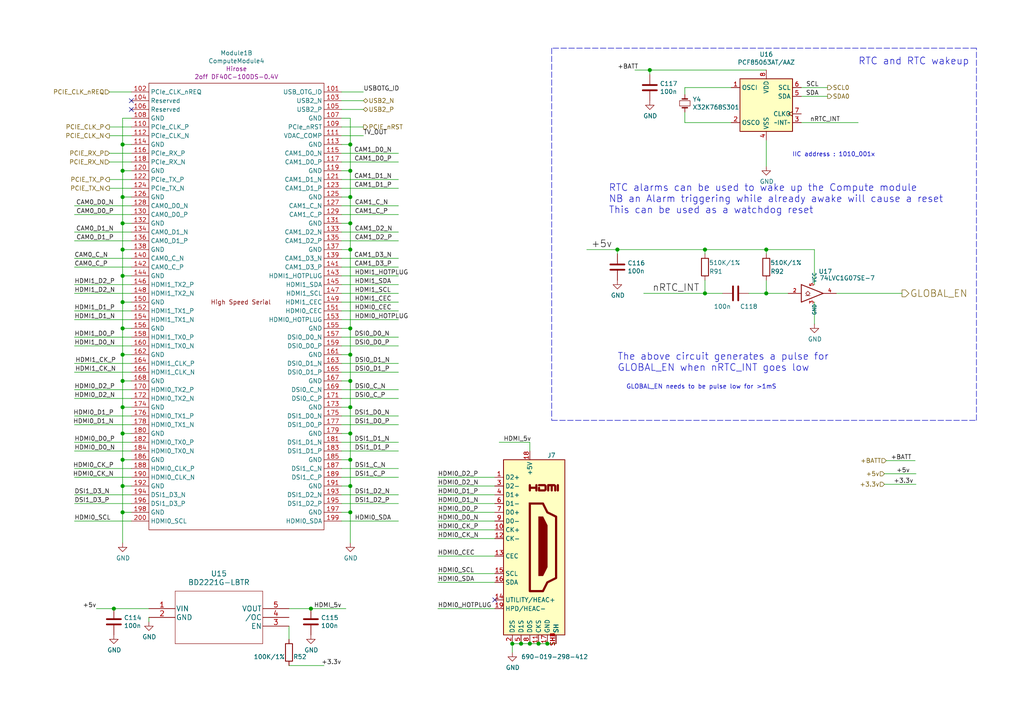
<source format=kicad_sch>
(kicad_sch (version 20230121) (generator eeschema)
  (paper "A4")
  (title_block (title "srvant-board MK1") (date "2021-07-14") (rev "rev-0.1dev"))
  (lib_symbols
    (symbol "BD2221G-LBTR:BD2221G-LBTR" (pin_names (offset 0.254))
      (property "Reference" "U" (at 20.32 10.16 0))
      (property "Value" "BD2221G-LBTR" (at 20.32 7.62 0))
      (symbol "BD2221G-LBTR_1_1"
        (polyline (pts (xy 7.62 -10.16) (xy 33.02 -10.16)) (stroke (width 0.127)))
        (polyline (pts (xy 7.62 5.08) (xy 7.62 -10.16)) (stroke (width 0.127)))
        (polyline (pts (xy 33.02 -10.16) (xy 33.02 5.08)) (stroke (width 0.127)))
        (polyline (pts (xy 33.02 5.08) (xy 7.62 5.08)) (stroke (width 0.127)))
        (pin unspecified line (at 0 0 0) (length 7.62) (name "VIN") (number "1"))
        (pin power_in line (at 0 -2.54 0) (length 7.62) (name "GND") (number "2"))
        (pin unspecified line (at 40.64 -5.08 180) (length 7.62) (name "EN") (number "3"))
        (pin unspecified line (at 40.64 -2.54 180) (length 7.62) (name "/OC") (number "4"))
        (pin output line (at 40.64 0 180) (length 7.62) (name "VOUT") (number "5"))
      )
    )
    (symbol "CM4IO:74LVC1G07_copy"
      (property "Reference" "U" (at -2.54 3.81 0))
      (property "Value" "74LVC1G07_copy" (at 0 -3.81 0))
      (symbol "74LVC1G07_copy_0_1"
        (polyline (pts (xy -2.54 -0.635) (xy -1.27 -0.635)))
        (polyline (pts (xy -3.81 2.54) (xy -3.81 -2.54) (xy 2.54 0) (xy -3.81 2.54)) (stroke (width 0.254)))
        (polyline (pts (xy -1.905 0.635) (xy -2.54 0) (xy -1.905 -0.635) (xy -1.27 0) (xy -1.905 0.635)))
      )
      (symbol "74LVC1G07_copy_1_1"
        (pin input line (at -7.62 0 0) (length 3.81) (name "~") (number "2"))
        (pin power_in line (at 0 -2.54 270) (length 0) (name "GND") (number "3"))
        (pin open_collector line (at 6.35 0 180) (length 3.81) (name "~") (number "4"))
        (pin power_in line (at 0 2.54 90) (length 0) (name "VCC") (number "5"))
      )
    )
    (symbol "CM4IO:ComputeModule4-CM4"
      (property "Reference" "Module" (at 113.03 -68.58 0))
      (property "Value" "ComputeModule4-CM4" (at 140.97 2.54 0))
      (property "Field4" "Hirose" (at 0 0 0))
      (property "Field5" "2x DF40C-100DS-0.4V" (at 0 -2.54 0))
      (symbol "ComputeModule4-CM4_1_0"
        (text "GPIO" (at 0 6.35 0) (effects (font (size 1.27 1.27))))
      )
      (symbol "ComputeModule4-CM4_1_1"
        (rectangle (start -30.48 -71.12) (end 25.4 58.42))
        (text "600mA Max" (at -8.89 -53.34 0) (effects (font (size 1.27 1.27))))
        (text "600mA Max" (at -8.89 -48.26 0) (effects (font (size 1.27 1.27))))
        (text "NB SD signals are only available" (at -1.27 -27.94 0) (effects (font (size 1.27 1.27))))
        (text "on modules without eMMC" (at -1.27 -30.48 0) (effects (font (size 1.27 1.27))))
        (pin power_in line (at 27.94 55.88 180) (length 2.54) (name "GND") (number "1"))
        (pin passive line (at -33.02 45.72 0) (length 2.54) (name "Ethernet_Pair0_N") (number "10"))
        (pin output line (at -33.02 -68.58 0) (length 2.54) (name "nEXTRST") (number "100"))
        (pin passive line (at 27.94 43.18 180) (length 2.54) (name "Ethernet_Pair2_P") (number "11"))
        (pin passive line (at -33.02 43.18 0) (length 2.54) (name "Ethernet_Pair0_P") (number "12"))
        (pin power_in line (at 27.94 40.64 180) (length 2.54) (name "GND") (number "13"))
        (pin power_in line (at -33.02 40.64 0) (length 2.54) (name "GND") (number "14"))
        (pin output line (at 27.94 38.1 180) (length 2.54) (name "Ethernet_nLED3(3.3v)") (number "15"))
        (pin input line (at -33.02 38.1 0) (length 2.54) (name "Ethernet_SYNC_IN(1.8v)") (number "16"))
        (pin output line (at 27.94 35.56 180) (length 2.54) (name "Ethernet_nLED2(3.3v)") (number "17"))
        (pin input line (at -33.02 35.56 0) (length 2.54) (name "Ethernet_SYNC_OUT(1.8v)") (number "18"))
        (pin output line (at 27.94 33.02 180) (length 2.54) (name "Ethernet_nLED1(3.3v)") (number "19"))
        (pin power_in line (at -33.02 55.88 0) (length 2.54) (name "GND") (number "2"))
        (pin passive line (at -33.02 33.02 0) (length 2.54) (name "EEPROM_nWP") (number "20"))
        (pin open_collector line (at 27.94 30.48 180) (length 2.54) (name "PI_nLED_Activity") (number "21"))
        (pin power_in line (at -33.02 30.48 0) (length 2.54) (name "GND") (number "22"))
        (pin power_in line (at 27.94 27.94 180) (length 2.54) (name "GND") (number "23"))
        (pin passive line (at -33.02 27.94 0) (length 2.54) (name "GPIO26") (number "24"))
        (pin passive line (at 27.94 25.4 180) (length 2.54) (name "GPIO21") (number "25"))
        (pin passive line (at -33.02 25.4 0) (length 2.54) (name "GPIO19") (number "26"))
        (pin passive line (at 27.94 22.86 180) (length 2.54) (name "GPIO20") (number "27"))
        (pin passive line (at -33.02 22.86 0) (length 2.54) (name "GPIO13") (number "28"))
        (pin passive line (at 27.94 20.32 180) (length 2.54) (name "GPIO16") (number "29"))
        (pin passive line (at 27.94 53.34 180) (length 2.54) (name "Ethernet_Pair3_P") (number "3"))
        (pin passive line (at -33.02 20.32 0) (length 2.54) (name "GPIO6") (number "30"))
        (pin passive line (at 27.94 17.78 180) (length 2.54) (name "GPIO12") (number "31"))
        (pin power_in line (at -33.02 17.78 0) (length 2.54) (name "GND") (number "32"))
        (pin power_in line (at 27.94 15.24 180) (length 2.54) (name "GND") (number "33"))
        (pin passive line (at -33.02 15.24 0) (length 2.54) (name "GPIO5") (number "34"))
        (pin passive line (at 27.94 12.7 180) (length 2.54) (name "ID_SC") (number "35"))
        (pin passive line (at -33.02 12.7 0) (length 2.54) (name "ID_SD") (number "36"))
        (pin passive line (at 27.94 10.16 180) (length 2.54) (name "GPIO7") (number "37"))
        (pin passive line (at -33.02 10.16 0) (length 2.54) (name "GPIO11") (number "38"))
        (pin passive line (at 27.94 7.62 180) (length 2.54) (name "GPIO8") (number "39"))
        (pin passive line (at -33.02 53.34 0) (length 2.54) (name "Ethernet_Pair1_P") (number "4"))
        (pin passive line (at -33.02 7.62 0) (length 2.54) (name "GPIO9") (number "40"))
        (pin passive line (at 27.94 5.08 180) (length 2.54) (name "GPIO25") (number "41"))
        (pin power_in line (at -33.02 5.08 0) (length 2.54) (name "GND") (number "42"))
        (pin power_in line (at 27.94 2.54 180) (length 2.54) (name "GND") (number "43"))
        (pin passive line (at -33.02 2.54 0) (length 2.54) (name "GPIO10") (number "44"))
        (pin passive line (at 27.94 0 180) (length 2.54) (name "GPIO24") (number "45"))
        (pin passive line (at -33.02 0 0) (length 2.54) (name "GPIO22") (number "46"))
        (pin passive line (at 27.94 -2.54 180) (length 2.54) (name "GPIO23") (number "47"))
        (pin passive line (at -33.02 -2.54 0) (length 2.54) (name "GPIO27") (number "48"))
        (pin passive line (at 27.94 -5.08 180) (length 2.54) (name "GPIO18") (number "49"))
        (pin passive line (at 27.94 50.8 180) (length 2.54) (name "Ethernet_Pair3_N") (number "5"))
        (pin passive line (at -33.02 -5.08 0) (length 2.54) (name "GPIO17") (number "50"))
        (pin passive line (at 27.94 -7.62 180) (length 2.54) (name "GPIO15") (number "51"))
        (pin power_in line (at -33.02 -7.62 0) (length 2.54) (name "GND") (number "52"))
        (pin power_in line (at 27.94 -10.16 180) (length 2.54) (name "GND") (number "53"))
        (pin passive line (at -33.02 -10.16 0) (length 2.54) (name "GPIO4") (number "54"))
        (pin passive line (at 27.94 -12.7 180) (length 2.54) (name "GPIO14") (number "55"))
        (pin passive line (at -33.02 -12.7 0) (length 2.54) (name "GPIO3") (number "56"))
        (pin passive line (at 27.94 -15.24 180) (length 2.54) (name "SD_CLK") (number "57"))
        (pin passive line (at -33.02 -15.24 0) (length 2.54) (name "GPIO2") (number "58"))
        (pin power_in line (at 27.94 -17.78 180) (length 2.54) (name "GND") (number "59"))
        (pin passive line (at -33.02 50.8 0) (length 2.54) (name "Ethernet_Pair1_N") (number "6"))
        (pin power_in line (at -33.02 -17.78 0) (length 2.54) (name "GND") (number "60"))
        (pin passive line (at 27.94 -20.32 180) (length 2.54) (name "SD_DAT3") (number "61"))
        (pin passive line (at -33.02 -20.32 0) (length 2.54) (name "SD_CMD") (number "62"))
        (pin passive line (at 27.94 -22.86 180) (length 2.54) (name "SD_DAT0") (number "63"))
        (pin passive line (at -33.02 -22.86 0) (length 2.54) (name "SD_DAT5") (number "64"))
        (pin power_in line (at 27.94 -25.4 180) (length 2.54) (name "GND") (number "65"))
        (pin power_in line (at -33.02 -25.4 0) (length 2.54) (name "GND") (number "66"))
        (pin passive line (at 27.94 -27.94 180) (length 2.54) (name "SD_DAT1") (number "67"))
        (pin passive line (at -33.02 -27.94 0) (length 2.54) (name "SD_DAT4") (number "68"))
        (pin passive line (at 27.94 -30.48 180) (length 2.54) (name "SD_DAT2") (number "69"))
        (pin power_in line (at 27.94 48.26 180) (length 2.54) (name "GND") (number "7"))
        (pin passive line (at -33.02 -30.48 0) (length 2.54) (name "SD_DAT7") (number "70"))
        (pin power_in line (at 27.94 -33.02 180) (length 2.54) (name "GND") (number "71"))
        (pin passive line (at -33.02 -33.02 0) (length 2.54) (name "SD_DAT6") (number "72"))
        (pin input line (at 27.94 -35.56 180) (length 2.54) (name "SD_VDD_Override") (number "73"))
        (pin power_in line (at -33.02 -35.56 0) (length 2.54) (name "GND") (number "74"))
        (pin output line (at 27.94 -38.1 180) (length 2.54) (name "SD_PWR_ON") (number "75"))
        (pin passive line (at -33.02 -38.1 0) (length 2.54) (name "Reserved") (number "76"))
        (pin power_in line (at 27.94 -40.64 180) (length 2.54) (name "+5v_(Input)") (number "77"))
        (pin power_in line (at -33.02 -40.64 0) (length 2.54) (name "GPIO_VREF(1.8v/3.3v_Input)") (number "78"))
        (pin power_in line (at 27.94 -43.18 180) (length 2.54) (name "+5v_(Input)") (number "79"))
        (pin power_in line (at -33.02 48.26 0) (length 2.54) (name "GND") (number "8"))
        (pin passive line (at -33.02 -43.18 0) (length 2.54) (name "SCL0") (number "80"))
        (pin power_in line (at 27.94 -45.72 180) (length 2.54) (name "+5v_(Input)") (number "81"))
        (pin passive line (at -33.02 -45.72 0) (length 2.54) (name "SDA0") (number "82"))
        (pin power_in line (at 27.94 -48.26 180) (length 2.54) (name "+5v_(Input)") (number "83"))
        (pin power_out line (at -33.02 -48.26 0) (length 2.54) (name "+3.3v_(Output)") (number "84"))
        (pin power_in line (at 27.94 -50.8 180) (length 2.54) (name "+5v_(Input)") (number "85"))
        (pin power_out line (at -33.02 -50.8 0) (length 2.54) (name "+3.3v_(Output)") (number "86"))
        (pin power_in line (at 27.94 -53.34 180) (length 2.54) (name "+5v_(Input)") (number "87"))
        (pin power_out line (at -33.02 -53.34 0) (length 2.54) (name "+1.8v_(Output)") (number "88"))
        (pin power_in line (at 27.94 -55.88 180) (length 2.54) (name "WiFi_nDisable") (number "89"))
        (pin passive line (at 27.94 45.72 180) (length 2.54) (name "Ethernet_Pair2_N") (number "9"))
        (pin power_out line (at -33.02 -55.88 0) (length 2.54) (name "+1.8v_(Output)") (number "90"))
        (pin power_in line (at 27.94 -58.42 180) (length 2.54) (name "BT_nDisable") (number "91"))
        (pin passive line (at -33.02 -58.42 0) (length 2.54) (name "RUN_PG") (number "92"))
        (pin input line (at 27.94 -60.96 180) (length 2.54) (name "nRPIBOOT") (number "93"))
        (pin passive line (at -33.02 -60.96 0) (length 2.54) (name "AnalogIP0") (number "94"))
        (pin output line (at 27.94 -63.5 180) (length 2.54) (name "nPI_LED_PWR") (number "95"))
        (pin passive line (at -33.02 -63.5 0) (length 2.54) (name "AnalogIP1") (number "96"))
        (pin passive line (at 27.94 -66.04 180) (length 2.54) (name "Camera_GPIO") (number "97"))
        (pin power_in line (at -33.02 -66.04 0) (length 2.54) (name "GND") (number "98"))
        (pin input line (at 27.94 -68.58 180) (length 2.54) (name "Global_EN") (number "99"))
      )
      (symbol "ComputeModule4-CM4_2_1"
        (rectangle (start 114.3 -66.04) (end 165.1 63.5))
        (text "High Speed Serial" (at 140.97 0 0) (effects (font (size 1.27 1.27))))
        (pin input line (at 170.18 60.96 180) (length 5.08) (name "USB_OTG_ID") (number "101"))
        (pin input line (at 109.22 60.96 0) (length 5.08) (name "PCIe_CLK_nREQ") (number "102"))
        (pin passive line (at 170.18 58.42 180) (length 5.08) (name "USB2_N") (number "103"))
        (pin passive line (at 109.22 58.42 0) (length 5.08) (name "Reserved") (number "104"))
        (pin passive line (at 170.18 55.88 180) (length 5.08) (name "USB2_P") (number "105"))
        (pin passive line (at 109.22 55.88 0) (length 5.08) (name "Reserved") (number "106"))
        (pin power_in line (at 170.18 53.34 180) (length 5.08) (name "GND") (number "107"))
        (pin power_in line (at 109.22 53.34 0) (length 5.08) (name "GND") (number "108"))
        (pin bidirectional line (at 170.18 50.8 180) (length 5.08) (name "PCIe_nRST") (number "109"))
        (pin output line (at 109.22 50.8 0) (length 5.08) (name "PCIe_CLK_P") (number "110"))
        (pin passive line (at 170.18 48.26 180) (length 5.08) (name "VDAC_COMP") (number "111"))
        (pin output line (at 109.22 48.26 0) (length 5.08) (name "PCIe_CLK_N") (number "112"))
        (pin power_in line (at 170.18 45.72 180) (length 5.08) (name "GND") (number "113"))
        (pin power_in line (at 109.22 45.72 0) (length 5.08) (name "GND") (number "114"))
        (pin input line (at 170.18 43.18 180) (length 5.08) (name "CAM1_D0_N") (number "115"))
        (pin input line (at 109.22 43.18 0) (length 5.08) (name "PCIe_RX_P") (number "116"))
        (pin input line (at 170.18 40.64 180) (length 5.08) (name "CAM1_D0_P") (number "117"))
        (pin input line (at 109.22 40.64 0) (length 5.08) (name "PCIe_RX_N") (number "118"))
        (pin power_in line (at 170.18 38.1 180) (length 5.08) (name "GND") (number "119"))
        (pin power_in line (at 109.22 38.1 0) (length 5.08) (name "GND") (number "120"))
        (pin input line (at 170.18 35.56 180) (length 5.08) (name "CAM1_D1_N") (number "121"))
        (pin output line (at 109.22 35.56 0) (length 5.08) (name "PCIe_TX_P") (number "122"))
        (pin input line (at 170.18 33.02 180) (length 5.08) (name "CAM1_D1_P") (number "123"))
        (pin output line (at 109.22 33.02 0) (length 5.08) (name "PCIe_TX_N") (number "124"))
        (pin power_in line (at 170.18 30.48 180) (length 5.08) (name "GND") (number "125"))
        (pin power_in line (at 109.22 30.48 0) (length 5.08) (name "GND") (number "126"))
        (pin input line (at 170.18 27.94 180) (length 5.08) (name "CAM1_C_N") (number "127"))
        (pin input line (at 109.22 27.94 0) (length 5.08) (name "CAM0_D0_N") (number "128"))
        (pin input line (at 170.18 25.4 180) (length 5.08) (name "CAM1_C_P") (number "129"))
        (pin input line (at 109.22 25.4 0) (length 5.08) (name "CAM0_D0_P") (number "130"))
        (pin power_in line (at 170.18 22.86 180) (length 5.08) (name "GND") (number "131"))
        (pin power_in line (at 109.22 22.86 0) (length 5.08) (name "GND") (number "132"))
        (pin input line (at 170.18 20.32 180) (length 5.08) (name "CAM1_D2_N") (number "133"))
        (pin input line (at 109.22 20.32 0) (length 5.08) (name "CAM0_D1_N") (number "134"))
        (pin input line (at 170.18 17.78 180) (length 5.08) (name "CAM1_D2_P") (number "135"))
        (pin input line (at 109.22 17.78 0) (length 5.08) (name "CAM0_D1_P") (number "136"))
        (pin power_in line (at 170.18 15.24 180) (length 5.08) (name "GND") (number "137"))
        (pin power_in line (at 109.22 15.24 0) (length 5.08) (name "GND") (number "138"))
        (pin input line (at 170.18 12.7 180) (length 5.08) (name "CAM1_D3_N") (number "139"))
        (pin input line (at 109.22 12.7 0) (length 5.08) (name "CAM0_C_N") (number "140"))
        (pin input line (at 170.18 10.16 180) (length 5.08) (name "CAM1_D3_P") (number "141"))
        (pin input line (at 109.22 10.16 0) (length 5.08) (name "CAM0_C_P") (number "142"))
        (pin input line (at 170.18 7.62 180) (length 5.08) (name "HDMI1_HOTPLUG") (number "143"))
        (pin power_in line (at 109.22 7.62 0) (length 5.08) (name "GND") (number "144"))
        (pin bidirectional line (at 170.18 5.08 180) (length 5.08) (name "HDMI1_SDA") (number "145"))
        (pin output line (at 109.22 5.08 0) (length 5.08) (name "HDMI1_TX2_P") (number "146"))
        (pin open_collector line (at 170.18 2.54 180) (length 5.08) (name "HDMI1_SCL") (number "147"))
        (pin output line (at 109.22 2.54 0) (length 5.08) (name "HDMI1_TX2_N") (number "148"))
        (pin open_collector line (at 170.18 0 180) (length 5.08) (name "HDMI1_CEC") (number "149"))
        (pin power_in line (at 109.22 0 0) (length 5.08) (name "GND") (number "150"))
        (pin open_collector line (at 170.18 -2.54 180) (length 5.08) (name "HDMI0_CEC") (number "151"))
        (pin output line (at 109.22 -2.54 0) (length 5.08) (name "HDMI1_TX1_P") (number "152"))
        (pin input line (at 170.18 -5.08 180) (length 5.08) (name "HDMI0_HOTPLUG") (number "153"))
        (pin output line (at 109.22 -5.08 0) (length 5.08) (name "HDMI1_TX1_N") (number "154"))
        (pin power_in line (at 170.18 -7.62 180) (length 5.08) (name "GND") (number "155"))
        (pin power_in line (at 109.22 -7.62 0) (length 5.08) (name "GND") (number "156"))
        (pin output line (at 170.18 -10.16 180) (length 5.08) (name "DSI0_D0_N") (number "157"))
        (pin output line (at 109.22 -10.16 0) (length 5.08) (name "HDMI1_TX0_P") (number "158"))
        (pin output line (at 170.18 -12.7 180) (length 5.08) (name "DSI0_D0_P") (number "159"))
        (pin output line (at 109.22 -12.7 0) (length 5.08) (name "HDMI1_TX0_N") (number "160"))
        (pin power_in line (at 170.18 -15.24 180) (length 5.08) (name "GND") (number "161"))
        (pin power_in line (at 109.22 -15.24 0) (length 5.08) (name "GND") (number "162"))
        (pin output line (at 170.18 -17.78 180) (length 5.08) (name "DSI0_D1_N") (number "163"))
        (pin output line (at 109.22 -17.78 0) (length 5.08) (name "HDMI1_CLK_P") (number "164"))
        (pin output line (at 170.18 -20.32 180) (length 5.08) (name "DSI0_D1_P") (number "165"))
        (pin output line (at 109.22 -20.32 0) (length 5.08) (name "HDMI1_CLK_N") (number "166"))
        (pin power_in line (at 170.18 -22.86 180) (length 5.08) (name "GND") (number "167"))
        (pin power_in line (at 109.22 -22.86 0) (length 5.08) (name "GND") (number "168"))
        (pin output line (at 170.18 -25.4 180) (length 5.08) (name "DSI0_C_N") (number "169"))
        (pin output line (at 109.22 -25.4 0) (length 5.08) (name "HDMI0_TX2_P") (number "170"))
        (pin output line (at 170.18 -27.94 180) (length 5.08) (name "DSI0_C_P") (number "171"))
        (pin output line (at 109.22 -27.94 0) (length 5.08) (name "HDMI0_TX2_N") (number "172"))
        (pin power_in line (at 170.18 -30.48 180) (length 5.08) (name "GND") (number "173"))
        (pin power_in line (at 109.22 -30.48 0) (length 5.08) (name "GND") (number "174"))
        (pin output line (at 170.18 -33.02 180) (length 5.08) (name "DSI1_D0_N") (number "175"))
        (pin output line (at 109.22 -33.02 0) (length 5.08) (name "HDMI0_TX1_P") (number "176"))
        (pin output line (at 170.18 -35.56 180) (length 5.08) (name "DSI1_D0_P") (number "177"))
        (pin output line (at 109.22 -35.56 0) (length 5.08) (name "HDMI0_TX1_N") (number "178"))
        (pin power_in line (at 170.18 -38.1 180) (length 5.08) (name "GND") (number "179"))
        (pin power_in line (at 109.22 -38.1 0) (length 5.08) (name "GND") (number "180"))
        (pin output line (at 170.18 -40.64 180) (length 5.08) (name "DSI1_D1_N") (number "181"))
        (pin output line (at 109.22 -40.64 0) (length 5.08) (name "HDMI0_TX0_P") (number "182"))
        (pin output line (at 170.18 -43.18 180) (length 5.08) (name "DSI1_D1_P") (number "183"))
        (pin output line (at 109.22 -43.18 0) (length 5.08) (name "HDMI0_TX0_N") (number "184"))
        (pin power_in line (at 170.18 -45.72 180) (length 5.08) (name "GND") (number "185"))
        (pin power_in line (at 109.22 -45.72 0) (length 5.08) (name "GND") (number "186"))
        (pin output line (at 170.18 -48.26 180) (length 5.08) (name "DSI1_C_N") (number "187"))
        (pin output line (at 109.22 -48.26 0) (length 5.08) (name "HDMI0_CLK_P") (number "188"))
        (pin output line (at 170.18 -50.8 180) (length 5.08) (name "DSI1_C_P") (number "189"))
        (pin output line (at 109.22 -50.8 0) (length 5.08) (name "HDMI0_CLK_N") (number "190"))
        (pin power_in line (at 170.18 -53.34 180) (length 5.08) (name "GND") (number "191"))
        (pin power_in line (at 109.22 -53.34 0) (length 5.08) (name "GND") (number "192"))
        (pin output line (at 170.18 -55.88 180) (length 5.08) (name "DSI1_D2_N") (number "193"))
        (pin output line (at 109.22 -55.88 0) (length 5.08) (name "DSI1_D3_N") (number "194"))
        (pin output line (at 170.18 -58.42 180) (length 5.08) (name "DSI1_D2_P") (number "195"))
        (pin output line (at 109.22 -58.42 0) (length 5.08) (name "DSI1_D3_P") (number "196"))
        (pin power_in line (at 170.18 -60.96 180) (length 5.08) (name "GND") (number "197"))
        (pin power_in line (at 109.22 -60.96 0) (length 5.08) (name "GND") (number "198"))
        (pin bidirectional line (at 170.18 -63.5 180) (length 5.08) (name "HDMI0_SDA") (number "199"))
        (pin open_collector line (at 109.22 -63.5 0) (length 5.08) (name "HDMI0_SCL") (number "200"))
      )
    )
    (symbol "CM4IO:HDMI_A_1.4"
      (property "Reference" "J" (at -6.35 26.67 0))
      (property "Value" "HDMI_A_1.4" (at 10.16 26.67 0))
      (symbol "HDMI_A_1.4_0_0"
        (polyline (pts (xy 8.128 16.51) (xy 8.128 18.034)) (stroke (width 0.635)))
        (polyline (pts (xy 0 16.51) (xy 0 18.034) (xy 0 17.272) (xy 1.905 17.272) (xy 1.905 18.034) (xy 1.905 16.51)) (stroke (width 0.635)))
        (polyline (pts (xy 2.667 18.034) (xy 4.318 18.034) (xy 4.572 17.78) (xy 4.572 16.764) (xy 4.318 16.51) (xy 2.667 16.51) (xy 2.667 17.272)) (stroke (width 0.635)))
        (pin passive line (at 7.62 -27.94 90) (length 2.54) (name "SH") (number "SH2"))
        (pin passive line (at 7.62 -27.94 90) (length 2.54) (name "SH") (number "SH3"))
        (pin passive line (at 7.62 -27.94 90) (length 2.54) (name "SH") (number "SH4"))
      )
      (symbol "HDMI_A_1.4_0_1"
        (rectangle (start -7.62 25.4) (end 10.16 -25.4) (stroke (width 0.254)) (fill (type background)))
        (polyline (pts (xy 2.54 8.89) (xy 3.81 8.89) (xy 5.08 6.35) (xy 5.08 -5.715) (xy 3.81 -8.255) (xy 2.54 -8.255) (xy 2.54 8.89)) (fill (type outline)))
        (polyline (pts (xy 5.334 16.51) (xy 5.334 18.034) (xy 6.35 18.034) (xy 6.35 16.51) (xy 6.35 18.034) (xy 7.112 18.034) (xy 7.366 17.78) (xy 7.366 16.51)) (stroke (width 0.635)))
        (polyline (pts (xy 0 12.7) (xy 0 -12.7) (xy 3.81 -12.7) (xy 5.08 -10.16) (xy 7.62 -8.89) (xy 7.62 8.89) (xy 5.08 10.16) (xy 3.81 12.7) (xy 0 12.7)) (stroke (width 0.635)))
      )
      (symbol "HDMI_A_1.4_1_1"
        (pin passive line (at -10.16 20.32 0) (length 2.54) (name "D2+") (number "1"))
        (pin passive line (at -10.16 5.08 0) (length 2.54) (name "CK+") (number "10"))
        (pin power_in line (at 2.54 -27.94 90) (length 2.54) (name "CKS") (number "11"))
        (pin passive line (at -10.16 2.54 0) (length 2.54) (name "CK-") (number "12"))
        (pin bidirectional line (at -10.16 -2.54 0) (length 2.54) (name "CEC") (number "13"))
        (pin passive line (at -10.16 -15.24 0) (length 2.54) (name "UTILITY/HEAC+") (number "14"))
        (pin passive line (at -10.16 -7.62 0) (length 2.54) (name "SCL") (number "15"))
        (pin bidirectional line (at -10.16 -10.16 0) (length 2.54) (name "SDA") (number "16"))
        (pin power_in line (at 5.08 -27.94 90) (length 2.54) (name "GND") (number "17"))
        (pin power_in line (at 0 27.94 270) (length 2.54) (name "+5V") (number "18"))
        (pin passive line (at -10.16 -17.78 0) (length 2.54) (name "HPD/HEAC-") (number "19"))
        (pin power_in line (at -5.08 -27.94 90) (length 2.54) (name "D2S") (number "2"))
        (pin passive line (at -10.16 17.78 0) (length 2.54) (name "D2-") (number "3"))
        (pin passive line (at -10.16 15.24 0) (length 2.54) (name "D1+") (number "4"))
        (pin power_in line (at -2.54 -27.94 90) (length 2.54) (name "D1S") (number "5"))
        (pin passive line (at -10.16 12.7 0) (length 2.54) (name "D1-") (number "6"))
        (pin passive line (at -10.16 10.16 0) (length 2.54) (name "D0+") (number "7"))
        (pin power_in line (at 0 -27.94 90) (length 2.54) (name "D0S") (number "8"))
        (pin passive line (at -10.16 7.62 0) (length 2.54) (name "D0-") (number "9"))
        (pin passive line (at 7.62 -27.94 90) (length 2.54) (name "SH") (number "SH1"))
      )
    )
    (symbol "Device:C" (pin_numbers hide) (pin_names (offset 0.254))
      (property "Reference" "C" (at 0.635 2.54 0))
      (property "Value" "C" (at 0.635 -2.54 0))
      (symbol "C_0_1"
        (polyline (pts (xy -2.032 -0.762) (xy 2.032 -0.762)) (stroke (width 0.508)))
        (polyline (pts (xy -2.032 0.762) (xy 2.032 0.762)) (stroke (width 0.508)))
      )
      (symbol "C_1_1"
        (pin passive line (at 0 3.81 270) (length 2.794) (name "~") (number "1"))
        (pin passive line (at 0 -3.81 90) (length 2.794) (name "~") (number "2"))
      )
    )
    (symbol "Device:Crystal_Small" (pin_numbers hide) (pin_names hide)
      (property "Reference" "Y" (at 0 2.54 0))
      (property "Value" "Crystal_Small" (at 0 -2.54 0))
      (symbol "Crystal_Small_0_1"
        (rectangle (start -0.762 -1.524) (end 0.762 1.524))
        (polyline (pts (xy -1.27 -0.762) (xy -1.27 0.762)) (stroke (width 0.381)))
        (polyline (pts (xy 1.27 -0.762) (xy 1.27 0.762)) (stroke (width 0.381)))
      )
      (symbol "Crystal_Small_1_1"
        (pin passive line (at -2.54 0 0) (length 1.27) (name "1") (number "1"))
        (pin passive line (at 2.54 0 180) (length 1.27) (name "2") (number "2"))
      )
    )
    (symbol "Device:R" (pin_numbers hide) (pin_names (offset 0))
      (property "Reference" "R" (at 2.032 0 90))
      (property "Value" "R" (at 0 0 90))
      (symbol "R_0_1"
        (rectangle (start -1.016 -2.54) (end 1.016 2.54) (stroke (width 0.254)))
      )
      (symbol "R_1_1"
        (pin passive line (at 0 3.81 270) (length 1.27) (name "~") (number "1"))
        (pin passive line (at 0 -3.81 90) (length 1.27) (name "~") (number "2"))
      )
    )
    (symbol "Timer_RTC:PCF8563T"
      (property "Reference" "U" (at -7.62 8.89 0))
      (property "Value" "PCF8563T" (at 2.54 8.89 0))
      (symbol "PCF8563T_0_1"
        (rectangle (start -7.62 7.62) (end 7.62 -7.62) (stroke (width 0.254)) (fill (type background)))
      )
      (symbol "PCF8563T_1_1"
        (pin input line (at -10.16 5.08 0) (length 2.54) (name "OSCI") (number "1"))
        (pin output line (at -10.16 -5.08 0) (length 2.54) (name "OSCO") (number "2"))
        (pin output line (at 10.16 -5.08 180) (length 2.54) (name "~INT~") (number "3"))
        (pin power_in line (at 0 -10.16 90) (length 2.54) (name "VSS") (number "4"))
        (pin bidirectional line (at 10.16 2.54 180) (length 2.54) (name "SDA") (number "5"))
        (pin input line (at 10.16 5.08 180) (length 2.54) (name "SCL") (number "6"))
        (pin output clock (at 10.16 -2.54 180) (length 2.54) (name "CLKO") (number "7"))
        (pin power_in line (at 0 10.16 270) (length 2.54) (name "VDD") (number "8"))
      )
    )
    (symbol "power:GND" (power) (pin_names (offset 0))
      (property "Value" "GND" (at 0 -3.81 0))
      (symbol "GND_0_1"
        (polyline (pts (xy 0 0) (xy 0 -1.27) (xy 1.27 -1.27) (xy 0 -2.54) (xy -1.27 -1.27) (xy 0 -1.27)))
      )
      (symbol "GND_1_1"
        (pin power_in line (at 0 0 270) (length 0) hide (name "GND") (number "1"))
      )
    )
  )
  (junction (at 188.468 20.32) (diameter 1.016))
  (junction (at 101.6 72.39) (diameter 1.016))
  (junction (at 35.56 125.73) (diameter 1.016))
  (junction (at 101.6 140.97) (diameter 1.016))
  (junction (at 153.67 186.69) (diameter 1.016))
  (junction (at 158.75 186.69) (diameter 1.016))
  (junction (at 101.6 148.59) (diameter 1.016))
  (junction (at 35.56 87.63) (diameter 1.016))
  (junction (at 179.07 72.39) (diameter 1.016))
  (junction (at 101.6 118.11) (diameter 1.016))
  (junction (at 35.56 140.97) (diameter 1.016))
  (junction (at 35.56 110.49) (diameter 1.016))
  (junction (at 222.25 85.09) (diameter 1.016))
  (junction (at 35.56 118.11) (diameter 1.016))
  (junction (at 35.56 102.87) (diameter 1.016))
  (junction (at 35.56 49.53) (diameter 1.016))
  (junction (at 101.6 49.53) (diameter 1.016))
  (junction (at 148.59 186.69) (diameter 1.016))
  (junction (at 222.25 72.39) (diameter 1.016))
  (junction (at 101.6 102.87) (diameter 1.016))
  (junction (at 35.56 148.59) (diameter 1.016))
  (junction (at 101.6 57.15) (diameter 1.016))
  (junction (at 101.6 133.35) (diameter 1.016))
  (junction (at 90.17 176.53) (diameter 1.016))
  (junction (at 35.56 95.25) (diameter 1.016))
  (junction (at 35.56 72.39) (diameter 1.016))
  (junction (at 151.13 186.69) (diameter 1.016))
  (junction (at 101.6 110.49) (diameter 1.016))
  (junction (at 35.56 64.77) (diameter 1.016))
  (junction (at 35.56 57.15) (diameter 1.016))
  (junction (at 101.6 41.91) (diameter 1.016))
  (junction (at 204.47 72.39) (diameter 1.016))
  (junction (at 204.47 85.09) (diameter 1.016))
  (junction (at 101.6 64.77) (diameter 1.016))
  (junction (at 156.21 186.69) (diameter 1.016))
  (junction (at 35.56 80.01) (diameter 1.016))
  (junction (at 33.02 176.53) (diameter 1.016))
  (junction (at 101.6 95.25) (diameter 1.016))
  (junction (at 35.56 41.91) (diameter 1.016))
  (junction (at 35.56 133.35) (diameter 1.016))
  (junction (at 101.6 125.73) (diameter 1.016))
  (no_connect (at 143.51 173.99))
  (no_connect (at 38.1 29.21))
  (no_connect (at 38.1 31.75))
  (wire (pts (xy 101.6 49.53) (xy 101.6 41.91)))
  (wire (pts (xy 38.1 120.65) (xy 21.59 120.65)))
  (wire (pts (xy 21.59 113.03) (xy 38.1 113.03)))
  (wire (pts (xy 179.07 73.66) (xy 179.07 72.39)))
  (wire (pts (xy 105.41 26.67) (xy 99.06 26.67)))
  (wire (pts (xy 115.57 128.27) (xy 99.06 128.27)))
  (wire (pts (xy 38.1 46.99) (xy 31.75 46.99)))
  (wire (pts (xy 101.6 140.97) (xy 101.6 148.59)))
  (wire (pts (xy 101.6 95.25) (xy 101.6 102.87)))
  (wire (pts (xy 99.06 110.49) (xy 101.6 110.49)))
  (wire (pts (xy 38.1 69.85) (xy 21.59 69.85)))
  (wire (pts (xy 256.54 137.414) (xy 265.684 137.414)))
  (wire (pts (xy 21.59 115.57) (xy 38.1 115.57)))
  (wire (pts (xy 204.47 72.39) (xy 222.25 72.39)))
  (wire (pts (xy 35.56 148.59) (xy 35.56 157.48)))
  (wire (pts (xy 101.6 102.87) (xy 101.6 110.49)))
  (wire (pts (xy 31.75 52.07) (xy 38.1 52.07)))
  (polyline (pts (xy 283.21 121.92) (xy 283.21 13.97)) (stroke (width 0) (type dash)))
  (wire (pts (xy 212.09 35.56) (xy 198.628 35.56)))
  (wire (pts (xy 99.06 135.89) (xy 115.57 135.89)))
  (wire (pts (xy 35.56 87.63) (xy 35.56 95.25)))
  (wire (pts (xy 198.628 25.4) (xy 198.628 27.432)))
  (wire (pts (xy 35.56 41.91) (xy 35.56 49.53)))
  (wire (pts (xy 99.06 102.87) (xy 101.6 102.87)))
  (wire (pts (xy 127 176.53) (xy 143.51 176.53)))
  (wire (pts (xy 115.57 46.99) (xy 99.06 46.99)))
  (wire (pts (xy 127 138.43) (xy 143.51 138.43)))
  (wire (pts (xy 35.56 102.87) (xy 35.56 110.49)))
  (wire (pts (xy 21.59 92.71) (xy 38.1 92.71)))
  (wire (pts (xy 127 156.21) (xy 143.51 156.21)))
  (wire (pts (xy 38.1 59.69) (xy 21.59 59.69)))
  (wire (pts (xy 35.56 118.11) (xy 38.1 118.11)))
  (wire (pts (xy 35.56 95.25) (xy 38.1 95.25)))
  (wire (pts (xy 127 146.05) (xy 143.51 146.05)))
  (wire (pts (xy 38.1 44.45) (xy 31.75 44.45)))
  (wire (pts (xy 38.1 123.19) (xy 21.59 123.19)))
  (wire (pts (xy 179.07 72.39) (xy 204.47 72.39)))
  (wire (pts (xy 21.59 143.51) (xy 38.1 143.51)))
  (wire (pts (xy 21.59 100.33) (xy 38.1 100.33)))
  (wire (pts (xy 99.06 95.25) (xy 101.6 95.25)))
  (wire (pts (xy 99.06 90.17) (xy 115.57 90.17)))
  (wire (pts (xy 99.06 105.41) (xy 115.57 105.41)))
  (wire (pts (xy 31.75 54.61) (xy 38.1 54.61)))
  (wire (pts (xy 144.78 128.27) (xy 153.67 128.27)))
  (wire (pts (xy 38.1 34.29) (xy 35.56 34.29)))
  (wire (pts (xy 35.56 125.73) (xy 38.1 125.73)))
  (wire (pts (xy 38.1 140.97) (xy 35.56 140.97)))
  (wire (pts (xy 115.57 123.19) (xy 99.06 123.19)))
  (wire (pts (xy 27.94 176.53) (xy 33.02 176.53)))
  (wire (pts (xy 35.56 125.73) (xy 35.56 133.35)))
  (wire (pts (xy 43.18 179.07) (xy 43.18 180.34)))
  (wire (pts (xy 99.06 133.35) (xy 101.6 133.35)))
  (wire (pts (xy 99.06 148.59) (xy 101.6 148.59)))
  (wire (pts (xy 38.1 105.41) (xy 21.59 105.41)))
  (wire (pts (xy 99.06 69.85) (xy 115.57 69.85)))
  (wire (pts (xy 240.03 27.94) (xy 232.41 27.94)))
  (wire (pts (xy 35.56 102.87) (xy 38.1 102.87)))
  (wire (pts (xy 156.21 186.69) (xy 158.75 186.69)))
  (wire (pts (xy 198.628 25.4) (xy 212.09 25.4)))
  (wire (pts (xy 35.56 57.15) (xy 38.1 57.15)))
  (wire (pts (xy 188.468 20.32) (xy 222.25 20.32)))
  (wire (pts (xy 148.59 186.69) (xy 151.13 186.69)))
  (wire (pts (xy 204.47 85.09) (xy 209.55 85.09)))
  (wire (pts (xy 33.02 176.53) (xy 43.18 176.53)))
  (wire (pts (xy 35.56 133.35) (xy 35.56 140.97)))
  (wire (pts (xy 38.1 62.23) (xy 21.59 62.23)))
  (wire (pts (xy 101.6 110.49) (xy 101.6 118.11)))
  (wire (pts (xy 35.56 87.63) (xy 38.1 87.63)))
  (wire (pts (xy 38.1 138.43) (xy 21.59 138.43)))
  (wire (pts (xy 99.06 59.69) (xy 115.57 59.69)))
  (wire (pts (xy 101.6 41.91) (xy 101.6 34.29)))
  (wire (pts (xy 35.56 118.11) (xy 35.56 125.73)))
  (wire (pts (xy 99.06 36.83) (xy 105.41 36.83)))
  (wire (pts (xy 101.6 133.35) (xy 101.6 140.97)))
  (wire (pts (xy 158.75 186.69) (xy 161.29 186.69)))
  (wire (pts (xy 115.57 54.61) (xy 99.06 54.61)))
  (wire (pts (xy 222.25 40.64) (xy 222.25 48.26)))
  (wire (pts (xy 35.56 34.29) (xy 35.56 41.91)))
  (wire (pts (xy 99.06 143.51) (xy 115.57 143.51)))
  (wire (pts (xy 99.06 140.97) (xy 101.6 140.97)))
  (wire (pts (xy 115.57 97.79) (xy 99.06 97.79)))
  (wire (pts (xy 115.57 74.93) (xy 99.06 74.93)))
  (wire (pts (xy 115.57 77.47) (xy 99.06 77.47)))
  (wire (pts (xy 99.06 107.95) (xy 115.57 107.95)))
  (wire (pts (xy 127 168.91) (xy 143.51 168.91)))
  (wire (pts (xy 232.41 35.56) (xy 248.92 35.56)))
  (wire (pts (xy 127 166.37) (xy 143.51 166.37)))
  (polyline (pts (xy 160.02 121.92) (xy 283.21 121.92)) (stroke (width 0) (type dash)))
  (wire (pts (xy 115.57 44.45) (xy 99.06 44.45)))
  (wire (pts (xy 236.22 72.39) (xy 236.22 82.55)))
  (wire (pts (xy 21.59 151.13) (xy 38.1 151.13)))
  (wire (pts (xy 186.69 85.09) (xy 204.47 85.09)))
  (wire (pts (xy 35.56 49.53) (xy 35.56 57.15)))
  (wire (pts (xy 31.75 26.67) (xy 38.1 26.67)))
  (wire (pts (xy 99.06 80.01) (xy 115.57 80.01)))
  (wire (pts (xy 35.56 110.49) (xy 38.1 110.49)))
  (wire (pts (xy 35.56 64.77) (xy 35.56 72.39)))
  (wire (pts (xy 21.59 97.79) (xy 38.1 97.79)))
  (wire (pts (xy 21.59 74.93) (xy 38.1 74.93)))
  (wire (pts (xy 31.75 39.37) (xy 38.1 39.37)))
  (wire (pts (xy 38.1 107.95) (xy 21.59 107.95)))
  (wire (pts (xy 127 151.13) (xy 143.51 151.13)))
  (wire (pts (xy 148.59 186.69) (xy 148.59 189.23)))
  (wire (pts (xy 21.59 77.47) (xy 38.1 77.47)))
  (wire (pts (xy 35.56 49.53) (xy 38.1 49.53)))
  (wire (pts (xy 256.54 140.462) (xy 265.684 140.462)))
  (wire (pts (xy 99.06 92.71) (xy 115.57 92.71)))
  (wire (pts (xy 38.1 135.89) (xy 21.59 135.89)))
  (wire (pts (xy 99.06 113.03) (xy 115.57 113.03)))
  (wire (pts (xy 99.06 29.21) (xy 105.41 29.21)))
  (wire (pts (xy 101.6 148.59) (xy 101.6 157.48)))
  (wire (pts (xy 99.06 151.13) (xy 115.57 151.13)))
  (wire (pts (xy 21.59 130.81) (xy 38.1 130.81)))
  (wire (pts (xy 99.06 57.15) (xy 101.6 57.15)))
  (wire (pts (xy 222.25 72.39) (xy 222.25 73.66)))
  (wire (pts (xy 204.47 85.09) (xy 204.47 81.28)))
  (wire (pts (xy 257.048 133.604) (xy 265.43 133.604)))
  (polyline (pts (xy 160.02 13.97) (xy 160.02 121.92)) (stroke (width 0) (type dash)))
  (wire (pts (xy 35.56 140.97) (xy 35.56 148.59)))
  (wire (pts (xy 127 153.67) (xy 143.51 153.67)))
  (wire (pts (xy 38.1 148.59) (xy 35.56 148.59)))
  (wire (pts (xy 99.06 118.11) (xy 101.6 118.11)))
  (wire (pts (xy 101.6 72.39) (xy 101.6 64.77)))
  (wire (pts (xy 101.6 72.39) (xy 101.6 95.25)))
  (wire (pts (xy 127 161.29) (xy 143.51 161.29)))
  (wire (pts (xy 83.82 176.53) (xy 90.17 176.53)))
  (wire (pts (xy 35.56 72.39) (xy 35.56 80.01)))
  (wire (pts (xy 21.59 128.27) (xy 38.1 128.27)))
  (wire (pts (xy 188.468 20.32) (xy 188.468 21.6154)))
  (wire (pts (xy 99.06 72.39) (xy 101.6 72.39)))
  (wire (pts (xy 101.6 34.29) (xy 99.06 34.29)))
  (wire (pts (xy 222.25 85.09) (xy 222.25 81.28)))
  (wire (pts (xy 99.06 64.77) (xy 101.6 64.77)))
  (wire (pts (xy 99.06 67.31) (xy 115.57 67.31)))
  (wire (pts (xy 35.56 80.01) (xy 38.1 80.01)))
  (wire (pts (xy 21.59 82.55) (xy 38.1 82.55)))
  (wire (pts (xy 153.67 128.27) (xy 153.67 130.81)))
  (wire (pts (xy 99.06 115.57) (xy 115.57 115.57)))
  (wire (pts (xy 217.17 85.09) (xy 222.25 85.09)))
  (wire (pts (xy 35.56 110.49) (xy 35.56 118.11)))
  (wire (pts (xy 83.82 193.04) (xy 93.98 193.04)))
  (wire (pts (xy 222.25 85.09) (xy 228.6 85.09)))
  (wire (pts (xy 127 148.59) (xy 143.51 148.59)))
  (wire (pts (xy 83.82 181.61) (xy 83.82 185.42)))
  (wire (pts (xy 99.06 82.55) (xy 115.57 82.55)))
  (wire (pts (xy 99.06 41.91) (xy 101.6 41.91)))
  (wire (pts (xy 236.22 87.63) (xy 236.22 93.98)))
  (wire (pts (xy 101.6 64.77) (xy 101.6 57.15)))
  (wire (pts (xy 127 140.97) (xy 143.51 140.97)))
  (wire (pts (xy 21.59 85.09) (xy 38.1 85.09)))
  (wire (pts (xy 31.75 36.83) (xy 38.1 36.83)))
  (wire (pts (xy 222.25 72.39) (xy 236.22 72.39)))
  (wire (pts (xy 99.06 62.23) (xy 115.57 62.23)))
  (wire (pts (xy 204.47 72.39) (xy 204.47 73.66)))
  (wire (pts (xy 151.13 186.69) (xy 153.67 186.69)))
  (wire (pts (xy 21.59 90.17) (xy 38.1 90.17)))
  (wire (pts (xy 127 143.51) (xy 143.51 143.51)))
  (wire (pts (xy 115.57 52.07) (xy 99.06 52.07)))
  (wire (pts (xy 35.56 133.35) (xy 38.1 133.35)))
  (wire (pts (xy 99.06 49.53) (xy 101.6 49.53)))
  (wire (pts (xy 101.6 125.73) (xy 101.6 133.35)))
  (wire (pts (xy 99.06 31.75) (xy 105.41 31.75)))
  (wire (pts (xy 35.56 80.01) (xy 35.56 87.63)))
  (wire (pts (xy 35.56 64.77) (xy 38.1 64.77)))
  (wire (pts (xy 198.628 35.56) (xy 198.628 32.512)))
  (wire (pts (xy 38.1 67.31) (xy 21.59 67.31)))
  (wire (pts (xy 184.15 20.32) (xy 188.468 20.32)))
  (wire (pts (xy 35.56 41.91) (xy 38.1 41.91)))
  (wire (pts (xy 99.06 85.09) (xy 115.57 85.09)))
  (wire (pts (xy 240.03 25.4) (xy 232.41 25.4)))
  (wire (pts (xy 35.56 72.39) (xy 38.1 72.39)))
  (wire (pts (xy 101.6 118.11) (xy 101.6 125.73)))
  (wire (pts (xy 242.57 85.09) (xy 261.62 85.09)))
  (wire (pts (xy 99.06 125.73) (xy 101.6 125.73)))
  (wire (pts (xy 35.56 57.15) (xy 35.56 64.77)))
  (wire (pts (xy 90.17 176.53) (xy 100.33 176.53)))
  (wire (pts (xy 99.06 138.43) (xy 115.57 138.43)))
  (wire (pts (xy 99.06 146.05) (xy 115.57 146.05)))
  (wire (pts (xy 99.06 39.37) (xy 105.41 39.37)))
  (wire (pts (xy 21.59 146.05) (xy 38.1 146.05)))
  (wire (pts (xy 99.06 87.63) (xy 115.57 87.63)))
  (wire (pts (xy 153.67 186.69) (xy 156.21 186.69)))
  (wire (pts (xy 170.18 72.39) (xy 179.07 72.39)))
  (wire (pts (xy 101.6 57.15) (xy 101.6 49.53)))
  (wire (pts (xy 115.57 100.33) (xy 99.06 100.33)))
  (wire (pts (xy 35.56 95.25) (xy 35.56 102.87)))
  (polyline (pts (xy 283.21 13.97) (xy 160.02 13.97)) (stroke (width 0) (type dash)))
  (wire (pts (xy 115.57 120.65) (xy 99.06 120.65)))
  (wire (pts (xy 115.57 130.81) (xy 99.06 130.81)))
  (text "RTC alarms can be used to wake up the Compute module\nNB an Alarm triggering while already awake will cause a reset \nThis can be used as a watchdog reset " (at 176.53 62.23 0) (effects (font (size 2.0066 2.0066)) (justify left bottom)))
  (text "GLOBAL_EN needs to be pulse low for >1mS" (at 181.61 113.03 0) (effects (font (size 1.27 1.27)) (justify left bottom)))
  (text "The above circuit generates a pulse for\nGLOBAL_EN when nRTC_INT goes low" (at 179.07 107.95 0) (effects (font (size 2.0066 2.0066)) (justify left bottom)))
  (text "RTC and RTC wakeup" (at 248.92 19.05 0) (effects (font (size 2.0066 2.0066)) (justify left bottom)))
  (text "IIC address : 1010_001x" (at 229.7938 45.6438 0) (effects (font (size 1.27 1.27)) (justify left bottom)))
  (label "HDMI1_SDA" (at 102.87 82.55 0))
  (label "DSI0_C_P" (at 102.87 115.57 0))
  (label "TV_OUT" (at 105.41 39.37 0))
  (label "HDMI0_D1_P" (at 127 143.51 0))
  (label "+3.3v" (at 93.218 193.04 0))
  (label "HDMI0_D2_N" (at 21.59 115.57 0))
  (label "USBOTG_ID" (at 105.41 26.67 0))
  (label "HDMI0_HOTPLUG" (at 102.87 92.71 0))
  (label "DSI1_D3_P" (at 21.59 146.05 0))
  (label "HDMI1_CEC" (at 102.87 87.63 0))
  (label "HDMI1_D2_N" (at 21.59 85.09 0))
  (label "HDMI0_CK_N" (at 33.02 138.43 180))
  (label "SCL" (at 237.49 25.4 180))
  (label "DSI1_D3_N" (at 21.59 143.51 0))
  (label "HDMI0_D2_P" (at 127 138.43 0))
  (label "+5v" (at 263.906 137.414 180))
  (label "DSI1_D2_N" (at 102.87 143.51 0))
  (label "HDMI0_D0_P" (at 127 148.59 0))
  (label "CAM1_D2_N" (at 102.87 67.31 0))
  (label "CAM0_C_N" (at 21.59 74.93 0))
  (label "CAM1_D1_P" (at 113.665 54.61 180))
  (label "HDMI1_D1_N" (at 21.59 92.71 0))
  (label "CAM1_C_N" (at 102.87 59.69 0))
  (label "CAM1_D2_P" (at 102.87 69.85 0))
  (label "HDMI0_CK_P" (at 33.02 135.89 180))
  (label "HDMI0_SCL" (at 21.59 151.13 0))
  (label "+BATT" (at 185.166 20.32 180))
  (label "HDMI0_CEC" (at 127 161.29 0))
  (label "HDMI0_SCL" (at 127 166.37 0))
  (label "CAM1_D0_N" (at 113.665 44.45 180))
  (label "+5v" (at 27.94 176.53 180))
  (label "HDMI0_D1_N" (at 33.02 123.19 180))
  (label "CAM1_D0_P" (at 113.665 46.99 180))
  (label "HDMI1_SCL" (at 102.87 85.09 0))
  (label "DSI1_C_N" (at 102.87 135.89 0))
  (label "HDMI_5v" (at 146.05 128.27 0))
  (label "+BATT" (at 264.414 133.604 180))
  (label "HDMI0_CK_P" (at 127 153.67 0))
  (label "HDMI0_D1_P" (at 33.02 120.65 180))
  (label "+3.3v" (at 264.922 140.462 180))
  (label "DSI0_D1_N" (at 102.87 105.41 0))
  (label "HDMI0_SDA" (at 102.87 151.13 0))
  (label "HDMI0_SDA" (at 127 168.91 0))
  (label "HDMI0_D2_P" (at 21.59 113.03 0))
  (label "HDMI0_D1_N" (at 127 146.05 0))
  (label "CAM1_D3_P" (at 113.665 77.47 180))
  (label "DSI1_D0_P" (at 113.03 123.19 180))
  (label "CAM0_D0_N" (at 33.02 59.69 180))
  (label "CAM0_D1_N" (at 33.02 67.31 180))
  (label "CAM1_D1_N" (at 113.665 52.07 180))
  (label "HDMI0_CK_N" (at 127 156.21 0))
  (label "HDMI0_HOTPLUG" (at 127 176.53 0))
  (label "CAM0_D1_P" (at 33.02 69.85 180))
  (label "HDMI1_CK_N" (at 33.655 107.95 180))
  (label "CAM0_C_P" (at 21.59 77.47 0))
  (label "CAM1_D3_N" (at 113.665 74.93 180))
  (label "HDMI1_CK_P" (at 33.655 105.41 180))
  (label "HDMI1_D0_N" (at 21.59 100.33 0))
  (label "HDMI0_D0_N" (at 127 151.13 0))
  (label "DSI1_C_P" (at 102.87 138.43 0))
  (label "DSI1_D1_N" (at 113.03 128.27 180))
  (label "HDMI0_D0_P" (at 21.59 128.27 0))
  (label "DSI0_C_N" (at 102.87 113.03 0))
  (label "HDMI1_D0_P" (at 21.59 97.79 0))
  (label "CAM1_C_P" (at 102.87 62.23 0))
  (label "DSI1_D1_P" (at 113.03 130.81 180))
  (label "DSI1_D2_P" (at 102.87 146.05 0))
  (label "HDMI1_D2_P" (at 21.59 82.55 0))
  (label "DSI0_D1_P" (at 102.87 107.95 0))
  (label "HDMI1_D1_P" (at 21.59 90.17 0))
  (label "DSI1_D0_N" (at 113.03 120.65 180))
  (label "nRTC_INT" (at 234.95 35.56 0))
  (label "HDMI_5v" (at 99.06 176.53 180))
  (label "HDMI1_HOTPLUG" (at 102.87 80.01 0))
  (label "CAM0_D0_P" (at 33.02 62.23 180))
  (label "DSI0_D0_P" (at 113.03 100.33 180))
  (label "SDA" (at 237.49 27.94 180))
  (label "HDMI0_D2_N" (at 127 140.97 0))
  (label "nRTC_INT" (at 189.23 85.09 0) (effects (font (size 2.0066 2.0066))))
  (label "+5v" (at 171.45 72.39 0) (effects (font (size 2.0066 2.0066))))
  (label "HDMI0_CEC" (at 102.87 90.17 0))
  (label "DSI0_D0_N" (at 113.03 97.79 180))
  (label "HDMI0_D0_N" (at 21.59 130.81 0))
  (hierarchical_label "PCIE_RX_P" (shape input) (at 31.75 44.45 180))
  (hierarchical_label "+5v" (shape input) (at 256.54 137.414 180))
  (hierarchical_label "SDA0" (shape output) (at 240.03 27.94 0))
  (hierarchical_label "+BATT" (shape input) (at 257.048 133.604 180))
  (hierarchical_label "PCIE_CLK_P" (shape output) (at 31.75 36.83 180))
  (hierarchical_label "PCIE_nRST" (shape output) (at 105.41 36.83 0))
  (hierarchical_label "PCIE_CLK_nREQ" (shape input) (at 31.75 26.67 180))
  (hierarchical_label "+3.3v" (shape input) (at 256.54 140.462 180))
  (hierarchical_label "USB2_P" (shape bidirectional) (at 105.41 31.75 0))
  (hierarchical_label "USB2_N" (shape bidirectional) (at 105.41 29.21 0))
  (hierarchical_label "PCIE_TX_P" (shape output) (at 31.75 52.07 180))
  (hierarchical_label "SCL0" (shape output) (at 240.03 25.4 0))
  (hierarchical_label "PCIE_TX_N" (shape output) (at 31.75 54.61 180))
  (hierarchical_label "GLOBAL_EN" (shape output) (at 261.62 85.09 0) (effects (font (size 2.0066 2.0066))))
  (hierarchical_label "PCIE_RX_N" (shape input) (at 31.75 46.99 180))
  (hierarchical_label "PCIE_CLK_N" (shape output) (at 31.75 39.37 180))
  (symbol (lib_id "CM4IO:ComputeModule4-CM4") (at -71.12 87.63 0) (unit 2)
    (property "Reference" "Module1" (at 68.58 15.367 0))
    (property "Value" "ComputeModule4" (at 68.58 17.6784 0))
    (property "Footprint" "CM4:Raspberry-Pi-4-Compute-Module" (effects hide))
    (property "Field4" "Hirose" (at 68.58 19.9644 0))
    (property "Field5" "2off DF40C-100DS-0.4V" (at 68.58 22.2758 0))
    (property "Field6" "2off DF40C-100DS-0.4V" (effects hide))
    (property "Field7" "Hirose" (effects hide))
    (property "Part Description" "	100 Position Connector Receptacle, Center Strip Contacts Surface Mount Gold" (effects hide))
  )
  (symbol (lib_id "power:GND") (at 188.468 29.2354 0) (unit 1)
    (property "Reference" "#PWR0175" (effects hide))
    (property "Value" "GND" (at 188.595 33.6296 0))
  )
  (symbol (lib_id "power:GND") (at 33.02 184.15 0) (unit 1)
    (property "Reference" "#PWR0174" (effects hide))
    (property "Value" "GND" (at 33.147 188.5442 0))
  )
  (symbol (lib_id "Device:R") (at 83.82 189.23 180) (unit 1)
    (property "Reference" "R52" (at 86.995 190.5 0))
    (property "Value" "100K/1%" (at 78.105 190.5 0))
    (property "Footprint" "Resistor_SMD:R_0402_1005Metric" (effects hide))
    (property "Datasheet" "https://fscdn.rohm.com/en/products/databook/datasheet/passive/resistor/chip_resistor/mcr-e.pdf" (effects hide))
    (property "Field4" "Farnell" (effects hide))
    (property "Field5" "1458807" (effects hide))
    (property "Field7" "Rohm" (effects hide))
    (property "Field6" "MCR01MZPF5103" (effects hide))
    (property "Part Description" "Resistor 100K M1005 1% 63mW" (effects hide))
  )
  (symbol (lib_id "Device:C") (at 188.468 25.4254 0) (unit 1)
    (property "Reference" "C117" (at 191.389 24.257 0) (effects (justify left)))
    (property "Value" "100n" (at 191.389 26.5684 0) (effects (justify left)))
    (property "Footprint" "Capacitor_SMD:C_0402_1005Metric" (effects hide))
    (property "Datasheet" "https://search.murata.co.jp/Ceramy/image/img/A01X/G101/ENG/GRM155R71C104KA88-01.pdf" (effects hide))
    (property "Field4" "Farnell" (effects hide))
    (property "Field5" "2611911" (effects hide))
    (property "Field6" "RM EMK105 B7104KV-F" (effects hide))
    (property "Field7" "TAIYO YUDEN EUROPE GMBH" (effects hide))
    (property "Part Description" "	0.1uF 10% 16V Ceramic Capacitor X7R 0402 (1005 Metric)" (effects hide))
    (property "Field8" "110091611" (effects hide))
  )
  (symbol (lib_id "power:GND") (at 148.59 189.23 0) (unit 1)
    (property "Reference" "#PWR0177" (effects hide))
    (property "Value" "GND" (at 148.717 193.6242 0))
  )
  (symbol (lib_id "Device:C") (at 179.07 77.47 0) (unit 1)
    (property "Reference" "C116" (at 181.991 76.3016 0) (effects (justify left)))
    (property "Value" "100n" (at 181.991 78.613 0) (effects (justify left)))
    (property "Footprint" "Capacitor_SMD:C_0402_1005Metric" (effects hide))
    (property "Datasheet" "https://search.murata.co.jp/Ceramy/image/img/A01X/G101/ENG/GRM155R71C104KA88-01.pdf" (effects hide))
    (property "Field4" "Farnell" (effects hide))
    (property "Field5" "2611911" (effects hide))
    (property "Field6" "RM EMK105 B7104KV-F" (effects hide))
    (property "Field7" "TAIYO YUDEN EUROPE GMBH" (effects hide))
    (property "Part Description" "	0.1uF 10% 16V Ceramic Capacitor X7R 0402 (1005 Metric)" (effects hide))
    (property "Field8" "110091611" (effects hide))
  )
  (symbol (lib_id "Timer_RTC:PCF8563T") (at 222.25 30.48 0) (unit 1)
    (property "Reference" "U16" (at 222.25 15.7734 0))
    (property "Value" "PCF85063AT/AAZ" (at 222.25 18.0848 0))
    (property "Footprint" "Package_SO:SOIC-8_3.9x4.9mm_P1.27mm" (effects hide))
    (property "Datasheet" "https://www.nxp.com/docs/en/data-sheet/PCF85063A.pdf" (effects hide))
    (property "Field4" "Farnell" (effects hide))
    (property "Field5" "2890042" (effects hide))
    (property "Field7" "NXP" (effects hide))
    (property "Field6" "PCF85063AT/AAZ" (effects hide))
    (property "Part Description" "Real Time Clock (RTC) IC Clock/Calendar I²C, 2-Wire Serial 8-SOIC (0.154\", 3.90mm Width)" (effects hide))
  )
  (symbol (lib_id "CM4IO:74LVC1G07_copy") (at 236.22 85.09 0) (unit 1)
    (property "Reference" "U17" (at 239.395 78.74 0))
    (property "Value" "74LVC1G07SE-7" (at 245.745 80.645 0))
    (property "Footprint" "Package_TO_SOT_SMD:SOT-353_SC-70-5" (effects hide))
    (property "Datasheet" "https://www.diodes.com/assets/Datasheets/74LVC1G07.pdf" (effects hide))
    (property "Field4" "Farnell" (effects hide))
    (property "Field5" "2425492" (effects hide))
    (property "Field6" "74LVC1G07SE-7" (effects hide))
    (property "Field7" "Diodes" (effects hide))
    (property "Part Description" "Buffer, Non-Inverting 1 Element 1 Bit per Element Open Drain Output SOT-353" (effects hide))
  )
  (symbol (lib_id "Device:C") (at 213.36 85.09 270) (unit 1)
    (property "Reference" "C118" (at 214.63 88.9 90) (effects (justify left)))
    (property "Value" "100n" (at 207.01 88.9 90) (effects (justify left)))
    (property "Footprint" "Capacitor_SMD:C_0402_1005Metric" (effects hide))
    (property "Datasheet" "https://search.murata.co.jp/Ceramy/image/img/A01X/G101/ENG/GRM155R71C104KA88-01.pdf" (effects hide))
    (property "Field4" "Farnell" (effects hide))
    (property "Field5" "2611911" (effects hide))
    (property "Field6" "RM EMK105 B7104KV-F" (effects hide))
    (property "Field7" "TAIYO YUDEN EUROPE GMBH" (effects hide))
    (property "Part Description" "	0.1uF 10% 16V Ceramic Capacitor X7R 0402 (1005 Metric)" (effects hide))
    (property "Field8" "110091611" (effects hide))
  )
  (symbol (lib_id "Device:C") (at 33.02 180.34 0) (unit 1)
    (property "Reference" "C114" (at 35.941 179.1716 0) (effects (justify left)))
    (property "Value" "100n" (at 35.941 181.483 0) (effects (justify left)))
    (property "Footprint" "Capacitor_SMD:C_0402_1005Metric" (effects hide))
    (property "Datasheet" "https://search.murata.co.jp/Ceramy/image/img/A01X/G101/ENG/GRM155R71C104KA88-01.pdf" (effects hide))
    (property "Field4" "Farnell" (effects hide))
    (property "Field5" "2611911" (effects hide))
    (property "Field6" "RM EMK105 B7104KV-F" (effects hide))
    (property "Field7" "TAIYO YUDEN EUROPE GMBH" (effects hide))
    (property "Part Description" "	0.1uF 10% 16V Ceramic Capacitor X7R 0402 (1005 Metric)" (effects hide))
    (property "Field8" "110091611" (effects hide))
  )
  (symbol (lib_id "CM4IO:HDMI_A_1.4") (at 153.67 158.75 0) (unit 1)
    (property "Reference" "J7" (at 158.75 132.08 0) (effects (justify left)))
    (property "Value" "690-019-298-412" (at 151.13 190.5 0) (effects (justify left)))
    (property "Footprint" "srvant:10029449-001RLF" (effects hide))
    (property "Datasheet" "https://www.tme.eu/Document/f15dffbcfad8545e17826f72d36911c8/206A-SEAN-R03.pdf" (effects hide))
    (property "Field4" "Farnell" (effects hide))
    (property "Field5" "2614936" (effects hide))
    (property "Field6" "690-019-298-412" (effects hide))
    (property "Field7" "EDAC" (effects hide))
    (property "Part Description" "HDMI Connector, Right Angle, 19 Contacts, Receptacle, Surface Mount, Surface Mount Right Angle" (effects hide))
    (property "Field8" "UCON00802" (effects hide))
  )
  (symbol (lib_id "Device:R") (at 222.25 77.47 180) (unit 1)
    (property "Reference" "R92" (at 225.425 78.74 0))
    (property "Value" "510K/1%" (at 227.965 76.2 0))
    (property "Footprint" "Resistor_SMD:R_0402_1005Metric" (effects hide))
    (property "Datasheet" "https://fscdn.rohm.com/en/products/databook/datasheet/passive/resistor/chip_resistor/mcr-e.pdf" (effects hide))
    (property "Field4" "Farnell" (effects hide))
    (property "Field5" "1458807" (effects hide))
    (property "Field7" "Rohm" (effects hide))
    (property "Field6" "MCR01MZPF5103" (effects hide))
    (property "Part Description" "Resistor 510K M1005 1% 63mW" (effects hide))
  )
  (symbol (lib_id "Device:C") (at 90.17 180.34 0) (unit 1)
    (property "Reference" "C115" (at 93.091 179.1716 0) (effects (justify left)))
    (property "Value" "100n" (at 93.091 181.483 0) (effects (justify left)))
    (property "Footprint" "Capacitor_SMD:C_0402_1005Metric" (effects hide))
    (property "Datasheet" "https://search.murata.co.jp/Ceramy/image/img/A01X/G101/ENG/GRM155R71C104KA88-01.pdf" (effects hide))
    (property "Field4" "Farnell" (effects hide))
    (property "Field5" "2611911" (effects hide))
    (property "Field6" "RM EMK105 B7104KV-F" (effects hide))
    (property "Field7" "TAIYO YUDEN EUROPE GMBH" (effects hide))
    (property "Part Description" "	0.1uF 10% 16V Ceramic Capacitor X7R 0402 (1005 Metric)" (effects hide))
    (property "Field8" "110091611" (effects hide))
  )
  (symbol (lib_id "power:GND") (at 179.07 81.28 0) (unit 1)
    (property "Reference" "#PWR0179" (effects hide))
    (property "Value" "GND" (at 179.197 85.6742 0))
  )
  (symbol (lib_id "Device:R") (at 204.47 77.47 180) (unit 1)
    (property "Reference" "R91" (at 207.645 78.74 0))
    (property "Value" "510K/1%" (at 210.185 76.2 0))
    (property "Footprint" "Resistor_SMD:R_0402_1005Metric" (effects hide))
    (property "Datasheet" "https://fscdn.rohm.com/en/products/databook/datasheet/passive/resistor/chip_resistor/mcr-e.pdf" (effects hide))
    (property "Field4" "Farnell" (effects hide))
    (property "Field5" "1458807" (effects hide))
    (property "Field7" "Rohm" (effects hide))
    (property "Field6" "MCR01MZPF5103" (effects hide))
    (property "Part Description" "Resistor 510K M1005 1% 63mW" (effects hide))
  )
  (symbol (lib_id "power:GND") (at 101.6 157.48 0) (unit 1)
    (property "Reference" "#PWR0178" (effects hide))
    (property "Value" "GND" (at 101.727 161.8742 0))
  )
  (symbol (lib_id "Device:Crystal_Small") (at 198.628 29.972 90) (unit 1)
    (property "Reference" "Y4" (at 200.8632 28.829 90) (effects (justify right)))
    (property "Value" "X32K768S301" (at 200.8632 31.115 90) (effects (justify right)))
    (property "Footprint" "Crystal:Crystal_SMD_3215-2Pin_3.2x1.5mm" (effects hide))
    (property "Datasheet" "~{}" (effects hide))
    (property "Field6" "X32K768S301" (effects hide))
    (property "Field7" "AEL" (effects hide))
    (property "Part Description" "Crystal 32.768KHz 7pF 20pmm" (effects hide))
  )
  (symbol (lib_id "power:GND") (at 35.56 157.48 0) (unit 1)
    (property "Reference" "#PWR0171" (effects hide))
    (property "Value" "GND" (at 35.687 161.8742 0))
  )
  (symbol (lib_id "power:GND") (at 90.17 184.15 0) (unit 1)
    (property "Reference" "#PWR0172" (effects hide))
    (property "Value" "GND" (at 90.297 188.5442 0))
  )
  (symbol (lib_id "power:GND") (at 222.25 48.26 0) (unit 1)
    (property "Reference" "#PWR0181" (effects hide))
    (property "Value" "GND" (at 222.377 52.6542 0))
  )
  (symbol (lib_id "power:GND") (at 43.18 180.34 0) (unit 1)
    (property "Reference" "#PWR0173" (effects hide))
    (property "Value" "GND" (at 43.307 184.7342 0))
  )
  (symbol (lib_id "BD2221G-LBTR:BD2221G-LBTR") (at 43.18 176.53 0) (unit 1)
    (property "Reference" "U15" (at 63.5 166.37 0) (effects (font (size 1.524 1.524))))
    (property "Value" "BD2221G-LBTR" (at 63.5 168.91 0) (effects (font (size 1.524 1.524))))
    (property "Footprint" "srvant:BD2221G-LBTR" (effects hide))
  )
  (symbol (lib_id "power:GND") (at 236.22 93.98 0) (unit 1)
    (property "Reference" "#PWR0180" (effects hide))
    (property "Value" "GND" (at 236.347 98.3742 0))
  )
)
</source>
